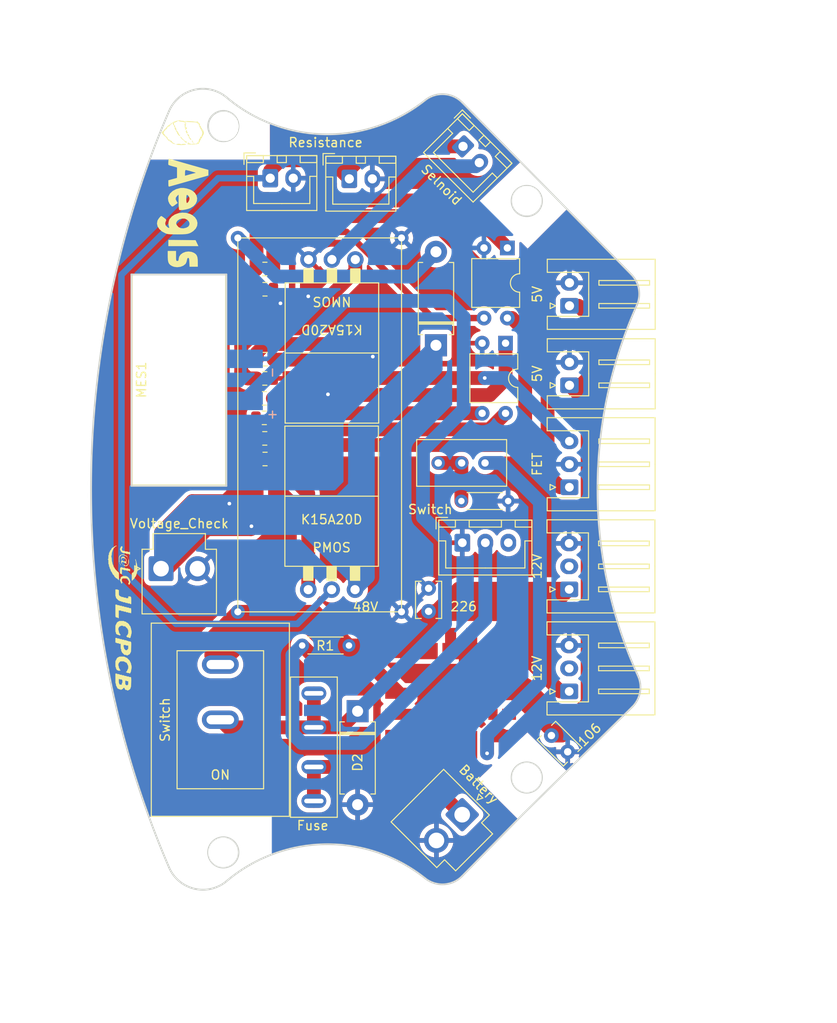
<source format=kicad_pcb>
(kicad_pcb (version 20221018) (generator pcbnew)
  (layers (0 "F.Cu" signal) (31 "B.Cu" signal) (34 "B.Paste" user) (35 "F.Paste" user) (36 "B.SilkS" user "B.Silkscreen") (37 "F.SilkS" user "F.Silkscreen") (38 "B.Mask" user) (39 "F.Mask" user) (44 "Edge.Cuts" user))
  (net 0 "")
  (net 1 "+12V")
  (net 2 "GND")
  (net 3 "+5V")
  (net 4 "Solenoid+")
  (net 5 "+48V")
  (net 6 "Net-(D1-A)")
  (net 9 "FET1")
  (net 10 "FET２")
  (net 11 "Solenoid-")
  (net 12 "Net-(Q1-G)")
  (net 13 "Net-(Q2-G)")
  (net 14 "Net-(U1-ON{slash}OFF_CTRL)")
  (net 15 "Net-(R2-Pad1)")
  (net 16 "Net-(R3-Pad2)")
  (net 17 "Net-(R4-Pad2)")
  (net 18 "Net-(R5-Pad1)")
  (net 19 "Net-(R7-Pad2)")
  (net 20 "+15V")
  (net 21 "Net-(U1-TRIM)")
  (net 23 "Net-(BT1-+)")
  (net 24 "Net-(D2-K)")
  (footprint "OKL-T_6-W12N-C:DCDC-murata-6A" (layer "F.Cu") (at 213.46 115.04)
    (fp_text reference "U1" hide)
    (fp_text value "OKL-T_6-W12N-C" hide)
  )
  (footprint "Connector_JST:JST_XH_S3B-XH-A_1x03_P2.50mm_Horizontal" (layer "F.Cu") (at 232.44 97.65 90)
    (fp_text reference "12V")
    (fp_text value "Conn_01x03_Socket" hide)
  )
  (footprint "Voltage_Counter:voltage_counter" (layer "F.Cu") (at 184.969 74.88 90)
    (fp_text reference "MES1")
    (fp_text value "Voltmeter_DC" hide)
  )
  (footprint "Resistor_SMD:R_0805_2012Metric" (layer "F.Cu") (at 199.3785 81.24)
    (fp_text reference "R9" hide)
    (fp_text value "2K" hide)
  )
  (footprint "Connector_JST:JST_XH_S3B-XH-A_1x03_P2.50mm_Horizontal" (layer "F.Cu") (at 232.46 86.55 90)
    (fp_text reference "FET")
    (fp_text value "Conn_01x03_Socket" hide)
  )
  (footprint "MountingHole:MountingHole_3.2mm_M3" (layer "F.Cu") (at 194.86 126.24)
    (fp_text reference "REF**" hide)
    (fp_text value "MountingHole_3.2mm_M3" hide)
  )
  (footprint "Resistor_THT:R_Axial_DIN0204_L3.6mm_D1.6mm_P5.08mm_Horizontal" (layer "F.Cu") (at 208.52 103.75 180)
    (fp_text reference "R1")
    (fp_text value "R" hide)
  )
  (footprint "Resistor_SMD:R_0805_2012Metric" (layer "F.Cu") (at 199.326 79.01 180)
    (fp_text reference "R10" hide)
    (fp_text value "1K")
  )
  (footprint "Resistor_SMD:R_0805_2012Metric" (layer "F.Cu") (at 199.406 83.48)
    (fp_text reference "R6" hide)
    (fp_text value "1K")
  )
  (footprint "Connector_JST:JST_XH_B2B-XH-A_1x02_P2.50mm_Vertical" (layer "F.Cu") (at 199.97 52.96)
    (fp_text reference "C3" hide)
    (fp_text value "C" hide)
  )
  (footprint "MountingHole:MountingHole_3.2mm_M3" (layer "F.Cu") (at 227.83 118.1)
    (fp_text reference "REF**" hide)
    (fp_text value "MountingHole_3.2mm_M3" hide)
  )
  (footprint "Capacitor_THT:C_Disc_D3.8mm_W2.6mm_P2.50mm" (layer "F.Cu") (at 217.17 100.036 90)
    (fp_text reference "C1" hide)
    (fp_text value "C" hide)
  )
  (footprint "Resistor_SMD:R_0805_2012Metric" (layer "F.Cu") (at 199.391 62.83 180)
    (fp_text reference "R3" hide)
    (fp_text value "330")
  )
  (footprint "Potentiometer_THT:Potentiometer_Bourns_3296W_Vertical" (layer "F.Cu") (at 218.22 83.91 180)
    (fp_text reference "RV1" hide)
    (fp_text value "R_Potentiometer_Trim_US" hide)
  )
  (footprint "Connector_JST:JST_VH_B2P-VH_1x02_P3.96mm_Vertical" (layer "F.Cu") (at 188.11 95.4)
    (fp_text reference "Voltage_Check")
    (fp_text value "Conn_01x02_Socket" hide)
  )
  (footprint "Connector_JST:JST_XH_S3B-XH-A_1x03_P2.50mm_Horizontal" (layer "F.Cu") (at 232.44 108.74 90)
    (fp_text reference "12V")
    (fp_text value "Conn_01x03_Socket" hide)
  )
  (footprint "MountingHole:MountingHole_3.2mm_M3" (layer "F.Cu") (at 194.92 47.32)
    (fp_text reference "REF**" hide)
    (fp_text value "MountingHole_3.2mm_M3" hide)
  )
  (footprint "MountingHole:MountingHole_3.2mm_M3" (layer "F.Cu") (at 227.83 55.41)
    (fp_text reference "REF**" hide)
    (fp_text value "MountingHole_3.2mm_M3" hide)
  )
  (footprint "Connector_JST:JST_XH_B3B-XH-A_1x03_P2.50mm_Vertical" (layer "F.Cu") (at 220.83 92.58)
    (fp_text reference "Switch")
    (fp_text value "SW_DIP_x01")
  )
  (footprint "Connector_JST:JST_XH_S2B-XH-A_1x02_P2.50mm_Horizontal" (layer "F.Cu") (at 232.47 66.83 90)
    (fp_text reference "5V")
    (fp_text value "Conn_01x02_Socket" hide)
  )
  (footprint "Connector_JST:JST_XH_B2B-XH-A_1x02_P2.50mm_Vertical" (layer "F.Cu") (at 208.56 53.03)
    (fp_text reference "C4" hide)
    (fp_text value "C")
  )
  (footprint "Fuse_Socket:fuse_socket" (layer "F.Cu") (at 202.17 114.8 90)
    (fp_text reference "Fuse")
    (fp_text value "Fuse" hide)
  )
  (footprint "K15A20D:K15A20D" (layer "F.Cu") (at 206.67 84.151 180)
    (fp_text reference "Q2" hide)
    (fp_text value "NMOS")
  )
  (footprint "Resistor_SMD:R_0805_2012Metric" (layer "F.Cu") (at 199.431 72.63)
    (fp_text reference "R4" hide)
    (fp_text value "330")
  )
  (footprint "Resistor_SMD:R_0805_2012Metric" (layer "F.Cu") (at 199.341 76.89)
    (fp_text reference "R7" hide)
    (fp_text value "330")
  )
  (footprint "switch:DS-850k" (layer "F.Cu") (at 194.55 111.82 -90)
    (fp_text reference "Switch")
    (fp_text value "SW_DIP_x01")
  )
  (footprint "Resistor_THT:R_Axial_DIN0204_L3.6mm_D1.6mm_P5.08mm_Horizontal" (layer "F.Cu") (at 220.73 88.05)
    (fp_text reference "R2" hide)
    (fp_text value "R")
  )
  (footprint "Resistor_SMD:R_0805_2012Metric" (layer "F.Cu") (at 199.381 74.72)
    (fp_text reference "R8" hide)
    (fp_text value "10K")
  )
  (footprint "Diode_THT:D_DO-15_P10.16mm_Horizontal" (layer "F.Cu") (at 209.46 110.89 -90)
    (fp_text reference "D2")
    (fp_text value "D")
  )
  (footprint "Connector_JST:JST_XH_B2B-XH-A_1x02_P2.50mm_Vertical" (layer "F.Cu") (at 220.91 49.5 -45)
    (fp_text reference "Selnoid")
    (fp_text value "Conn_01x02_Socket" hide)
  )
  (footprint "Diode_THT:D_DO-15_P10.16mm_Horizontal" (layer "F.Cu") (at 217.97 71.12 90)
    (fp_text reference "D1" hide)
    (fp_text value "D")
  )
  (footprint "XL6009:XL6009" (layer "F.Cu") (at 205.34 105.17 180)
    (fp_text reference "U2" hide)
    (fp_text value "~")
  )
  (footprint "K15A20D:K15A20D" (layer "F.Cu") (at 206.64 75.329)
    (fp_text reference "Q1" hide)
    (fp_text value "PMOS")
  )
  (footprint "Connector_JST:JST_VH_B2P-VH_1x02_P3.96mm_Vertical" (layer "F.Cu") (at 220.82 122.14 -135)
    (fp_text reference "BT1" hide)
    (fp_text value "Battery")
  )
  (footprint "Connector_JST:JST_XH_S2B-XH-A_1x02_P2.50mm_Horizontal" (layer "F.Cu") (at 232.47 75.47 90)
    (fp_text reference "5V")
    (fp_text value "Conn_01x02_Socket" hide)
  )
  (footprint "Package_DIP:DIP-4_W7.62mm" (layer "F.Cu") (at 225.525 70.89 -90)
    (fp_text reference "U4" hide)
    (fp_text value "EL817" hide)
  )
  (footprint "Aegis:ver4" (layer "F.Cu") (at 190.64454 54.305392 -90)
    (fp_text reference "G***" hide)
    (fp_text value "LOGO" hide)
  )
  (footprint "Capacitor_THT:C_Disc_D3.8mm_W2.6mm_P2.50mm" (layer "F.Cu") (at 230.510117 113.538 -45)
    (fp_text reference "106")
    (fp_text value "C" hide)
  )
  (footprint "JLCPCB:JLCPCB" (layer "F.Cu") (at 183.918834 100.664166 -90)
    (fp_text reference "G***" hide)
    (fp_text value "LOGO" hide)
  )
  (footprint "Resistor_SMD:R_0805_2012Metric" (layer "F.Cu") (at 199.401 65.03)
    (fp_text reference "R5" hide)
    (fp_text value "2K" hide)
  )
  (footprint "Package_DIP:DIP-4_W7.62mm" (layer "F.Cu") (at 225.725 60.54 -90)
    (fp_text reference "U3" hide)
    (fp_text value "EL817" hide)
  )
  (gr_circle (center 194.874736 47.296907) (end 193.224736 47.296907) (stroke (width 0.2)) (fill none) (layer "Edge.Cuts"))
  (gr_circle (center 227.831495 55.436649) (end 226.181495 55.436649) (stroke (width 0.2)) (fill none) (layer "Edge.Cuts"))
  (gr_line (start 220.811687 44.723886) (end 239.187402 63.428492) (stroke (width 0.2)) (layer "Edge.Cuts"))
  (gr_arc (start 220.811687 128.812608) (mid 218.853095 129.704658) (end 216.801102 129.055629) (stroke (width 0.2)) (layer "Edge.Cuts"))
  (gr_circle (center 227.831495 118.099845) (end 226.181495 118.099845) (stroke (width 0.2)) (fill none) (layer "Edge.Cuts"))
  (gr_arc (start 239.908005 107.05139) (mid 235.513097 86.916917) (end 239.785746 66.756145) (stroke (width 0.2)) (layer "Edge.Cuts"))
  (gr_line (start 195.20906 86.4) (end 195.20906 63.42) (stroke (width 0.2)) (layer "Edge.Cuts"))
  (gr_line (start 184.890939 63.42) (end 184.890939 86.4) (stroke (width 0.2)) (layer "Edge.Cuts"))
  (gr_line (start 239.279517 110.433267) (end 227.469776 122.035352) (stroke (width 0.2)) (layer "Edge.Cuts"))
  (gr_arc (start 195.237256 129.354659) (mid 191.738839 130.190833) (end 188.983238 127.878942) (stroke (width 0.2)) (layer "Edge.Cuts"))
  (gr_circle (center 194.874736 126.239587) (end 193.224736 126.239587) (stroke (width 0.2)) (fill none) (layer "Edge.Cuts"))
  (gr_arc (start 216.801102 44.480865) (mid 205.965692 48.188385) (end 195.237256 44.181835) (stroke (width 0.2)) (layer "Edge.Cuts"))
  (gr_arc (start 188.983238 127.878942) (mid 180.512871 86.768247) (end 188.983238 45.657552) (stroke (width 0.2)) (layer "Edge.Cuts"))
  (gr_arc (start 195.237256 129.354659) (mid 205.965692 125.34811) (end 216.801102 129.055629) (stroke (width 0.2)) (layer "Edge.Cuts"))
  (gr_line (start 184.890939 86.4) (end 195.20906 86.4) (stroke (width 0.2)) (layer "Edge.Cuts"))
  (gr_arc (start 188.983238 45.657552) (mid 191.738834 43.345641) (end 195.237256 44.181835) (stroke (width 0.2)) (layer "Edge.Cuts"))
  (gr_arc (start 239.908005 107.05139) (mid 240.12661 108.84136) (end 239.279517 110.433267) (stroke (width 0.2)) (layer "Edge.Cuts"))
  (gr_line (start 195.20906 63.42) (end 184.890939 63.42) (stroke (width 0.2)) (layer "Edge.Cuts"))
  (gr_arc (start 216.801102 44.480865) (mid 218.853098 43.831786) (end 220.811687 44.723886) (stroke (width 0.2)) (layer "Edge.Cuts"))
  (gr_line (start 227.469776 122.035352) (end 220.811687 128.812608) (stroke (width 0.2)) (layer "Edge.Cuts"))
  (gr_arc (start 239.187402 63.428492) (mid 240 65) (end 239.785746 66.756145) (stroke (width 0.2)) (layer "Edge.Cuts"))
  (gr_text "Resistance\n" (at 205.98 49.08) (layer "F.SilkS") (effects (font (size 1 1))))
  (gr_text "226\n\n" (at 220.98 100.33) (layer "F.SilkS") (effects (font (size 1 1))))
  (gr_text "48V\n" (at 210.312 99.568) (layer "F.SilkS") (effects (font (size 1 1))))
  (segment (start 199.39 100.09) (end 200.406 100.09) (width 1.5) (layer "F.Cu") (net 1))
  (segment (start 196.45 103.92) (end 195.965 104.405) (width 1.5) (layer "F.Cu") (net 1))
  (segment (start 226.314 100.076) (end 226.06 100.33) (width 1.5) (layer "F.Cu") (net 1))
  (segment (start 200.406 100.09) (end 201.676 100.09) (width 1.5) (layer "F.Cu") (net 1))
  (segment (start 200.152 101.6) (end 201.422 101.6) (width 1.5) (layer "F.Cu") (net 1))
  (segment (start 216.125 101.081) (end 216.125 102.195) (width 1.5) (layer "F.Cu") (net 1))
  (segment (start 195.275 103.715) (end 195.275 101.265) (width 1.5) (layer "F.Cu") (net 1))
  (segment (start 196.45 100.09) (end 195.275 101.265) (width 1.5) (layer "F.Cu") (net 1))
  (segment (start 225.044 100.33) (end 226.06 100.33) (width 1.5) (layer "F.Cu") (net 1))
  (segment (start 229.616 101.854) (end 229.362 101.854) (width 1.5) (layer "F.Cu") (net 1))
  (segment (start 232.44 97.65) (end 232.37 97.58) (width 1.5) (layer "F.Cu") (net 1))
  (segment (start 201.676 100.09) (end 201.676 101.346) (width 1.5) (layer "F.Cu") (net 1))
  (segment (start 229.616 105.156) (end 229.616 104.889) (width 1.5) (layer "F.Cu") (net 1))
  (segment (start 229.362 101.854) (end 227.584 100.076) (width 1.5) (layer "F.Cu") (net 1))
  (segment (start 204.724 102.362) (end 206.502 102.362) (width 1.5) (layer "F.Cu") (net 1))
  (segment (start 230.1455 107.4205) (end 229.87 107.145) (width 1.5) (layer "F.Cu") (net 1))
  (segment (start 206.055 101.285) (end 206.817 102.047) (width 1.5) (layer "F.Cu") (net 1))
  (segment (start 227.61 99.086) (end 227.584 99.06) (width 1.5) (layer "F.Cu") (net 1))
  (segment (start 199.39 101.346) (end 199.136 101.6) (width 1.5) (layer "F.Cu") (net 1))
  (segment (start 202.692 101.6) (end 203.962 101.6) (width 1.5) (layer "F.Cu") (net 1))
  (segment (start 223.31 99.358) (end 222.632 100.036) (width 1.5) (layer "F.Cu") (net 1))
  (segment (start 229.616 97.58) (end 229.616 100.076) (width 1.5) (layer "F.Cu") (net 1))
  (segment (start 229.616 103.378) (end 229.616 103.352) (width 1.5) (layer "F.Cu") (net 1))
  (segment (start 204.86 100.09) (end 206.055 101.285) (width 1.5) (layer "F.Cu") (net 1))
  (segment (start 228.105 103.378) (end 228.105 101.841) (width 1.5) (layer "F.Cu") (net 1))
  (segment (start 220.428 97.58) (end 219.964 98.044) (width 1.5) (layer "F.Cu") (net 1))
  (segment (start 228.105 101.841) (end 228.105 101.105) (width 1.5) (layer "F.Cu") (net 1))
  (segment (start 205.74 103.378) (end 206.112 103.75) (width 1.5) (layer "F.Cu") (net 1))
  (segment (start 221.996 97.58) (end 221.234 97.58) (width 1.5) (layer "F.Cu") (net 1))
  (segment (start 217.17 100.036) (end 217.972 100.036) (width 1.5) (layer "F.Cu") (net 1))
  (segment (start 198.374 100.09) (end 198.374 101.186) (width 1.5) (layer "F.Cu") (net 1))
  (segment (start 196.45 102.1) (end 196.45 103.92) (width 1.5) (layer "F.Cu") (net 1))
  (segment (start 221.996 99.4) (end 221.996 97.58) (width 1.5) (layer "F.Cu") (net 1))
  (segment (start 227.584 99.06) (end 227.584 100.076) (width 1.5) (layer "F.Cu") (net 1))
  (segment (start 194.55 105.82) (end 194.55 102.13) (width 1.5) (layer "F.Cu") (net 1))
  (segment (start 204.277 101.285) (end 206.055 101.285) (width 1.5) (layer "F.Cu") (net 1))
  (segment (start 195.965 104.405) (end 194.55 105.82) (width 1.5) (layer "F.Cu") (net 1))
  (segment (start 229.573 106.891) (end 228.092 105.41) (width 1.5) (layer "F.Cu") (net 1))
  (segment (start 229.87 100.22) (end 232.44 97.65) (width 1.5) (layer "F.Cu") (net 1))
  (segment (start 229.616 103.352) (end 228.105 101.841) (width 1.5) (layer "F.Cu") (net 1))
  (segment (start 228.105 101.105) (end 227.33 100.33) (width 1.5) (layer "F.Cu") (net 1))
  (segment (start 228.6 97.58) (end 227.584 97.58) (width 1.5) (layer "F.Cu") (net 1))
  (segment (start 204.86 100.702) (end 203.962 101.6) (width 1.5) (layer "F.Cu") (net 1))
  (segment (start 217.972 100.036) (end 219.964 98.044) (width 1.5) (layer "F.Cu") (net 1))
  (segment (start 228.105 105.397) (end 228.105 103.378) (width 1.5) (layer "F.Cu") (net 1))
  (segment (start 225.088 97.58) (end 223.31 99.358) (width 1.5) (layer "F.Cu") (net 1))
  (segment (start 200.406 101.346) (end 200.152 101.6) (width 1.5) (layer "F.Cu") (net 1))
  (segment (start 219.456 100.036) (end 219.456 99.358) (width 1.5) (layer "F.Cu") (net 1))
  (segment (start 223.31 99.358) (end 223.31 97.878) (width 1.5) (layer "F.Cu") (net 1))
  (segment (start 201.676 100.09) (end 202.692 100.09) (width 1.5) (layer "F.Cu") (net 1))
  (segment (start 221.234 100.036) (end 221.234 97.58) (width 1.5) (layer "F.Cu") (net 1))
  (segment (start 216.125 101.081) (end 217.17 100.036) (width 1.5) (layer "F.Cu") (net 1))
  (segment (start 204.86 100.09) (end 204.86 100.702) (width 1.5) (layer "F.Cu") (net 1))
  (segment (start 229.616 100.076) (end 229.87 100.33) (width 1.5) (layer "F.Cu") (net 1))
  (segment (start 202.692 100.09) (end 203.454 100.09) (width 1.5) (layer "F.Cu") (net 1))
  (segment (start 228.6 100.33) (end 229.87 100.33) (width 1.5) (layer "F.Cu") (net 1))
  (segment (start 203.962 101.6) (end 204.277 101.285) (width 1.5) (layer "F.Cu") (net 1))
  (segment (start 196.45 100.09) (end 197.96 101.6) (width 1.5) (layer "F.Cu") (net 1))
  (segment (start 198.374 101.186) (end 197.96 101.6) (width 1.5) (layer "F.Cu") (net 1))
  (segment (start 219.456 100.036) (end 217.17 100.036) (width 1.5) (layer "F.Cu") (net 1))
  (segment (start 197.96 101.6) (end 199.136 101.6) (width 1.5) (layer "F.Cu") (net 1))
  (segment (start 198.77 101.6) (end 200.152 101.6) (width 1.5) (layer "F.Cu") (net 1))
  (segment (start 212.344 103.75) (end 215.515 103.75) (width 1.5) (layer "F.Cu") (net 1))
  (segment (start 196.45 100.09) (end 198.374 100.09) (width 1.5) (layer "F.Cu") (net 1))
  (segment (start 227.584 97.58) (end 226.314 97.58) (width 1.5) (layer "F.Cu") (net 1))
  (segment (start 225.044 97.624) (end 225.044 100.33) (width 1.5) (layer "F.Cu") (net 1))
  (segment (start 216.125 104.36) (end 216.125 101.081) (width 1.5) (layer "F.Cu") (net 1))
  (segment (start 206.112 103.75) (end 208.52 103.75) (width 1.5) (layer "F.Cu") (net 1))
  (segment (start 215.515 103.75) (end 216.125 104.36) (width 1.5) (layer "F.Cu") (net 1))
  (segment (start 219.456 99.358) (end 221.234 97.58) (width 1.5) (layer "F.Cu") (net 1))
  (segment (start 218.734 100.036) (end 219.456 100.036) (width 1.5) (layer "F.Cu") (net 1))
  (segment (start 228.092 105.41) (end 228.105 105.397) (width 1.5) (layer "F.Cu") (net 1))
  (segment (start 226.314 97.58) (end 225.088 97.58) (width 1.5) (layer "F.Cu") (net 1))
  (segment (start 229.87 100.33) (end 229.87 100.22) (width 1.5) (layer "F.Cu") (net 1))
  (segment (start 224.282 100.33) (end 225.044 100.33) (width 1.5) (layer "F.Cu") (net 1))
  (segment (start 225.044 100.33) (end 219.028 100.33) (width 1.5) (layer "F.Cu") (net 1))
  (segment (start 195.275 101.265) (end 194.48 102.06) (width 1.5) (layer "F.Cu") (net 1))
  (segment (start 196.95 101.6) (end 196.45 102.1) (width 1.5) (layer "F.Cu") (net 1))
  (segment (start 204.724 102.362) (end 205.74 103.378) (width 1.5) (layer "F.Cu") (net 1))
  (segment (start 222.632 100.036) (end 221.234 100.036) (width 1.5) (layer "F.Cu") (net 1))
  (segment (start 223.012 97.58) (end 221.996 97.58) (width 1.5) (layer "F.Cu") (net 1))
  (segment (start 203.962 101.6) (end 204.724 102.362) (width 1.5) (layer "F.Cu") (net 1))
  (segment (start 216.125 102.195) (end 213.96 104.36) (width 1.5) (layer "F.Cu") (net 1))
  (segment (start 230.632 97.58) (end 229.616 97.58) (width 1.5) (layer "F.Cu") (net 1))
  (segment (start 198.374 100.09) (end 199.39 100.09) (width 1.5) (layer "F.Cu") (net 1))
  (segment (start 229.616 101.854) (end 229.616 100.076) (width 1.5) (layer "F.Cu") (net 1))
  (segment (start 221.234 97.58) (end 220.428 97.58) (width 1.5) (layer "F.Cu") (net 1))
  (segment (start 226.06 100.33) (end 227.33 100.33) (width 1.5) (layer "F.Cu") (net 1))
  (segment (start 223.31 97.878) (end 223.012 97.58) (width 1.5) (layer "F.Cu") (net 1))
  (segment (start 219.028 100.33) (end 218.734 100.036) (width 1.5) (layer "F.Cu") (net 1))
  (segment (start 195.965 104.405) (end 195.275 103.715) (width 1.5) (layer "F.Cu") (net 1))
  (segment (start 206.502 102.362) (end 206.817 102.047) (width 1.5) (layer "F.Cu") (net 1))
  (segment (start 199.39 100.09) (end 199.39 101.346) (width 1.5) (layer "F.Cu") (net 1))
  (segment (start 227.584 100.076) (end 227.33 100.33) (width 1.5) (layer "F.Cu") (net 1))
  (segment (start 216.125 101.081) (end 213.456 103.75) (width 1.5) (layer "F.Cu") (net 1))
  (segment (start 229.616 105.156) (end 229.616 103.378) (width 1.5) (layer "F.Cu") (net 1))
  (segment (start 199.136 101.6) (end 200.152 101.6) (width 1.5) (layer "F.Cu") (net 1))
  (segment (start 198.77 101.6) (end 196.95 101.6) (width 1.5) (layer "F.Cu") (net 1))
  (segment (start 229.616 104.889) (end 228.105 103.378) (width 1.5) (layer "F.Cu") (net 1))
  (segment (start 203.454 101.092) (end 203.962 101.6) (width 1.5) (layer "F.Cu") (net 1))
  (segment (start 203.454 100.09) (end 203.454 101.092) (width 1.5) (layer "F.Cu") (net 1))
  (segment (start 232.44 108.74) (end 231.465 108.74) (width 1.5) (layer "F.Cu") (net 1))
  (segment (start 194.55 102.13) (end 194.48 102.06) (width 1.5) (layer "F.Cu") (net 1))
  (segment (start 222.632 100.036) (end 221.996 99.4) (width 1.5) (layer "F.Cu") (net 1))
  (segment (start 217.17 103.315) (end 216.125 104.36) (width 1.5) (layer "F.Cu") (net 1))
  (segment (start 203.454 100.09) (end 204.86 100.09) (width 1.5) (layer "F.Cu") (net 1))
  (segment (start 206.722 104.36) (end 216.125 104.36) (width 1.5) (layer "F.Cu") (net 1))
  (segment (start 227.584 97.58) (end 227.584 99.06) (width 1.5) (layer "F.Cu") (net 1))
  (segment (start 232.37 97.58) (end 230.632 97.58) (width 1.5) (layer "F.Cu") (net 1))
  (segment (start 193.58 104.85) (end 194.55 105.82) (width 1.5) (layer "F.Cu") (net 1))
  (segment (start 229.616 106.891) (end 229.616 105.156) (width 1.5) (layer "F.Cu") (net 1))
  (segment (start 217.17 100.036) (end 217.17 101.6) (width 1.5) (layer "F.Cu") (net 1))
  (segment (start 206.817 102.047) (end 208.52 103.75) (width 1.5) (layer "F.Cu") (net 1))
  (segment (start 229.616 103.378) (end 229.616 101.854) (width 1.5) (layer "F.Cu") (net 1))
  (segment (start 217.17 101.6) (end 218.734 100.036) (width 1.5) (layer "F.Cu") (net 1))
  (segment (start 230.1455 107.4205) (end 229.616 106.891) (width 1.5) (layer "F.Cu") (net 1))
  (segment (start 208.52 103.75) (end 212.344 103.75) (width 1.5) (layer "F.Cu") (net 1))
  (segment (start 228.6 97.58) (end 228.6 100.33) (width 1.5) (layer "F.Cu") (net 1))
  (segment (start 201.676 101.346) (end 201.422 101.6) (width 1.5) (layer "F.Cu") (net 1))
  (segment (start 200.406 100.09) (end 200.406 101.346) (width 1.5) (layer "F.Cu") (net 1))
  (segment (start 223.31 99.358) (end 224.282 100.33) (width 1.5) (layer "F.Cu") (net 1))
  (segment (start 221.234 100.036) (end 219.456 100.036) (width 1.5) (layer "F.Cu") (net 1))
  (segment (start 225.088 97.58) (end 223.012 97.58) (width 1.5) (layer "F.Cu") (net 1))
  (segment (start 217.17 101.6) (end 217.17 103.315) (width 1.5) (layer "F.Cu") (net 1))
  (segment (start 229.87 107.145) (end 229.87 100.33) (width 1.5) (layer "F.Cu") (net 1))
  (segment (start 213.456 103.75) (end 212.344 103.75) (width 1.5) (layer "F.Cu") (net 1))
  (segment (start 193.58 102.96) (end 193.58 104.85) (width 1.5) (layer "F.Cu") (net 1))
  (segment (start 196.45 100.09) (end 196.45 102.1) (width 1.5) (layer "F.Cu") (net 1))
  (segment (start 229.616 97.58) (end 228.6 97.58) (width 1.5) (layer "F.Cu") (net 1))
  (segment (start 225.088 97.58) (end 225.044 97.624) (width 1.5) (layer "F.Cu") (net 1))
  (segment (start 231.465 108.74) (end 230.1455 107.4205) (width 1.5) (layer "F.Cu") (net 1))
  (segment (start 201.422 101.6) (end 202.692 101.6) (width 1.5) (layer "F.Cu") (net 1))
  (segment (start 227.33 100.33) (end 228.6 100.33) (width 1.5) (layer "F.Cu") (net 1))
  (segment (start 226.314 97.58) (end 226.314 100.076) (width 1.5) (layer "F.Cu") (net 1))
  (segment (start 202.692 100.09) (end 202.692 101.6) (width 1.5) (layer "F.Cu") (net 1))
  (segment (start 230.632 97.58) (end 230.632 98.806) (width 1.5) (layer "F.Cu") (net 1))
  (segment (start 229.616 106.891) (end 229.573 106.891) (width 1.5) (layer "F.Cu") (net 1))
  (segment (start 205.74 103.378) (end 206.722 104.36) (width 1.5) (layer "F.Cu") (net 1))
  (segment (start 194.48 102.06) (end 193.58 102.96) (width 1.5) (layer "F.Cu") (net 1))
  (segment (start 195.965 104.405) (end 198.77 101.6) (width 1.5) (layer "F.Cu") (net 1))
  (via (at 211.11 72.35) (size 0.8) (drill 0.4) (layers "F.Cu" "B.Cu") (net 2))
  (via (at 204.1 65.8) (size 0.8) (drill 0.4) (layers "F.Cu" "B.Cu") (net 2))
  (via (at 201.08 66.56) (size 0.8) (drill 0.4) (layers "F.Cu" "B.Cu") (net 2))
  (via (at 206.24 76.45) (size 0.8) (drill 0.4) (layers "F.Cu" "B.Cu") (net 2))
  (segment (start 229.035 110.925) (end 228.346 110.236) (width 1.5) (layer "F.Cu") (net 3))
  (segment (start 230.510117 110.876117) (end 225.16 105.526) (width 1.5) (layer "F.Cu") (net 3))
  (segment (start 225.912117 108.94) (end 230.510117 113.538) (width 0.7) (layer "F.Cu") (net 3))
  (segment (start 229.616 111.506) (end 229.035 110.925) (width 1.5) (layer "F.Cu") (net 3))
  (segment (start 233.864744 111.314744) (end 232.884744 112.294744) (width 1.5) (layer "F.Cu") (net 3))
  (segment (start 230.510117 111.506) (end 230.510117 112.29) (width 1.5) (layer "F.Cu") (net 3))
  (segment (start 226.626 107.892) (end 225.922 107.188) (width 1.5) (layer "F.Cu") (net 3))
  (segment (start 225.16 105.41) (end 225.16 106.426) (width 1.5) (layer "F.Cu") (net 3))
  (segment (start 231.81 112.29) (end 230.510117 112.29) (width 1.5) (layer "F.Cu") (net 3))
  (segment (start 233.68 75.47) (end 232.47 75.47) (width 1.5) (layer "F.Cu") (net 3))
  (segment (start 225.16 104.36) (end 225.16 105.41) (width 1.5) (layer "F.Cu") (net 3))
  (segment (start 230.510117 110.876117) (end 227.838 108.204) (width 1.5) (layer "F.Cu") (net 3))
  (segment (start 234.442 109.99) (end 234.442 110.737487) (width 1.5) (layer "F.Cu") (net 3))
  (segment (start 230.510117 111.506) (end 230.510117 110.876117) (width 1.5) (layer "F.Cu") (net 3))
  (segment (start 228.346 110.236) (end 228.118 110.236) (width 1.5) (layer "F.Cu") (net 3))
  (segment (start 232.21 110.925) (end 229.035 110.925) (width 1.5) (layer "F.Cu") (net 3))
  (segment (start 232.47 66.83) (end 233.454 66.83) (width 1.5) (layer "F.Cu") (net 3))
  (segment (start 227.7 108.966) (end 227.388 108.654) (width 1.5) (layer "F.Cu") (net 3))
  (segment (start 232.349744 112.829744) (end 231.81 112.29) (width 1.5) (layer "F.Cu") (net 3))
  (segment (start 225.16 105.526) (end 225.16 104.36) (width 1.5) (layer "F.Cu") (net 3))
  (segment (start 227.838 108.204) (end 227.838 108.088) (width 1.5) (layer "F.Cu") (net 3))
  (segment (start 232.47 75.47) (end 234.442 77.442) (width 1.5) (layer "F.Cu") (net 3))
  (segment (start 233.507 110.925) (end 234.442 109.99) (width 1.5) (layer "F.Cu") (net 3))
  (segment (start 234.442 110.737487) (end 233.864744 111.314744) (width 1.5) (layer "F.Cu") (net 3))
  (segment (start 225.922 107.188) (end 225.16 106.426) (width 1.5) (layer "F.Cu") (net 3))
  (segment (start 233.864744 111.314744) (end 233.475 110.925) (width 1.5) (layer "F.Cu") (net 3))
  (segment (start 230.510117 112.29) (end 230.4 112.29) (width 1.5) (layer "F.Cu") (net 3))
  (segment (start 233.475 110.925) (end 233.507 110.925) (width 1.5) (layer "F.Cu") (net 3))
  (segment (start 234.442 77.442) (end 234.442 109.99) (width 1.5) (layer "F.Cu") (net 3))
  (segment (start 231.641487 113.538) (end 230.510117 113.538) (width 1.5) (layer "F.Cu") (net 3))
  (segment (start 232.884744 112.294744) (end 232.884744 111.599744) (width 1.5) (layer "F.Cu") (net 3))
  (segment (start 225.16 106.426) (end 225.16 108.94) (width 1.5) (layer "F.Cu") (net 3))
  (segment (start 232.884744 111.599744) (end 232.21 110.925) (width 1.5) (layer "F.Cu") (net 3))
  (segment (start 233.475 110.925) (end 232.21 110.925) (width 1.5) (layer "F.Cu") (net 3))
  (segment (start 230.510117 112.29) (end 230.510117 113.538) (width 1.5) (layer "F.Cu") (net 3))
  (segment (start 232.884744 112.294744) (end 232.349744 112.829744) (width 1.5) (layer "F.Cu") (net 3))
  (segment (start 228.346 110.236) (end 227.797942 110.236) (width 1.5) (layer "F.Cu") (net 3))
  (segment (start 225.18 108.92) (end 225.16 108.94) (width 0.7) (layer "F.Cu") (net 3))
  (segment (start 228.118 110.236) (end 226.822 108.94) (width 1.5) (layer "F.Cu") (net 3))
  (segment (start 233.454 66.83) (end 235.174 68.55) (width 1.5) (layer "F.Cu") (net 3))
  (segment (start 227.388 108.654) (end 226.626 107.892) (width 1.5) (layer "F.Cu") (net 3))
  (segment (start 227.674 108.94) (end 226.822 108.94) (width 1.5) (layer "F.Cu") (net 3))
  (segment (start 227.838 108.204) (end 227.388 108.654) (width 1.5) (layer "F.Cu") (net 3))
  (segment (start 232.349744 112.829744) (end 231.641487 113.538) (width 1.5) (layer "F.Cu") (net 3))
  (segment (start 227.7 108.966) (end 227.674 108.94) (width 1.5) (layer "F.Cu") (net 3))
  (segment (start 226.822 108.94) (end 225.16 108.94) (width 1.5) (layer "F.Cu") (net 3))
  (segment (start 230.4 112.29) (end 229.616 111.506) (width 1.5) (layer "F.Cu") (net 3))
  (segment (start 225.912117 108.94) (end 228.031059 111.058941) (width 0.7) (layer "F.Cu") (net 3))
  (segment (start 230.510117 111.506) (end 229.616 111.506) (width 1.5) (layer "F.Cu") (net 3))
  (segment (start 228.031059 111.058941) (end 230.510117 113.538) (width 0.7) (layer "F.Cu") (net 3))
  (segment (start 226.06 106.426) (end 225.16 106.426) (width 1.5) (layer "F.Cu") (net 3))
  (segment (start 225.16 108.94) (end 225.912117 108.94) (width 0.7) (layer "F.Cu") (net 3))
  (segment (start 235.174 68.55) (end 235.174 73.976) (width 1.5) (layer "F.Cu") (net 3))
  (segment (start 235.174 73.976) (end 233.68 75.47) (width 1.5) (layer "F.Cu") (net 3))
  (segment (start 208.56 53.03) (end 206.54 51.01) (width 1.5) (layer "F.Cu") (net 4))
  (segment (start 201.1 51.01) (end 199.97 52.14) (width 1.5) (layer "F.Cu") (net 4))
  (segment (start 211.09 49.5) (end 220.91 49.5) (width 1.5) (layer "F.Cu") (net 4))
  (segment (start 208.56 52.03) (end 211.09 49.5) (width 1.5) (layer "F.Cu") (net 4))
  (segment (start 206.54 51.01) (end 201.1 51.01) (width 1.5) (layer "F.Cu") (net 4))
  (segment (start 208.56 53.03) (end 208.56 52.03) (width 1.5) (layer "F.Cu") (net 4))
  (segment (start 199.97 52.14) (end 199.97 52.96) (width 1.5) (layer "F.Cu") (net 4))
  (segment (start 183.81 95.48) (end 183.81 63.46) (width 0.7) (layer "B.Cu") (net 4))
  (segment (start 194.31 52.96) (end 199.97 52.96) (width 0.7) (layer "B.Cu") (net 4))
  (segment (start 183.81 63.46) (end 194.31 52.96) (width 0.7) (layer "B.Cu") (net 4))
  (segment (start 189.732 101.402) (end 183.81 95.48) (width 0.7) (layer "B.Cu") (net 4))
  (segment (start 202.919 101.402) (end 189.732 101.402) (width 0.7) (layer "B.Cu") (net 4))
  (segment (start 206.64 97.681) (end 202.919 101.402) (width 0.7) (layer "B.Cu") (net 4))
  (segment (start 196.15 87.03972) (end 188.11 95.07972) (width 1.5) (layer "F.Cu") (net 5))
  (segment (start 198.4935 85.723808) (end 196.153654 88.063654) (width 1.5) (layer "F.Cu") (net 5))
  (segment (start 198.466 81.24) (end 197.21 81.24) (width 1.5) (layer "F.Cu") (net 5))
  (segment (start 198.4935 85.723808) (end 198.49 85.727308) (width 1.5) (layer "F.Cu") (net 5))
  (segment (start 198.466 81.24) (end 198.466 83.4525) (width 1.5) (layer "F.Cu") (net 5))
  (segment (start 193.973654 90.243654) (end 194.44 90.71) (width 1.5) (layer "F.Cu") (net 5))
  (segment (start 196.15 82.3) (end 196.15 83.74) (width 1.5) (layer "F.Cu") (net 5))
  (segment (start 194.933654 89.283654) (end 193.973654 90.243654) (width 1.5) (layer "F.Cu") (net 5))
  (segment (start 194.44 90.71) (end 197.85 90.71) (width 1.5) (layer "F.Cu") (net 5))
  (segment (start 196.153654 88.063654) (end 194.933654 89.283654) (width 1.5) (layer "F.Cu") (net 5))
  (segment (start 198.466 81.24) (end 198.466 81.424) (width 1.5) (layer "F.Cu") (net 5))
  (segment (start 196.15 88.06) (end 196.153654 88.063654) (width 1.5) (layer "F.Cu") (net 5))
  (segment (start 188.11 93.46) (end 188.11 92.36) (width 1.5) (layer "F.Cu") (net 5))
  (segment (start 197.876346 91.103654) (end 198.27 90.71) (width 1.5) (layer "F.Cu") (net 5))
  (segment (start 188.11 95.4) (end 188.11 93.46) (width 1.5) (layer "F.Cu") (net 5))
  (segment (start 198.27 90.71) (end 198.27 86.76) (width 1.5) (layer "F.Cu") (net 5))
  (segment (start 193.95 89.283654) (end 192.286346 89.283654) (width 1.5) (layer "F.Cu") (net 5))
  (segment (start 194.296346 89.63) (end 193.95 89.283654) (width 1.5) (layer "F.Cu") (net 5))
  (segment (start 197.85 90.71) (end 197.93 90.79) (width 1.5) (layer "F.Cu") (net 5))
  (segment (start 194.933654 89.283654) (end 193.95 89.283654) (width 1.5) (layer "F.Cu") (net 5))
  (segment (start 198.49 85.727308) (end 198.49 86.54) (width 1.5) (layer "F.Cu") (net 5))
  (segment (start 197.99 83.48) (end 196.15 85.32) (width 1.5) (layer "F.Cu") (net 5))
  (segment (start 193.113654 91.103654) (end 197.876346 91.103654) (width 1.5) (layer "F.Cu") (net 5))
  (segment (start 198.01 90.71) (end 198.27 90.71) (width 1.5) (layer "F.Cu") (net 5))
  (segment (start 193.113654 91.103654) (end 188.817308 95.4) (width 1.5) (layer "F.Cu") (net 5))
  (segment (start 196.15 86.35) (end 196.15 87.03972) (width 1.5) (layer "F.Cu") (net 5))
  (segment (start 191.186346 89.283654) (end 188.11 92.36) (width 1.5) (layer "F.Cu") (net 5))
  (segment (start 197.25 89.63) (end 194.296346 89.63) (width 1.5) (layer "F.Cu") (net 5))
  (segment (start 198.4935 83.48) (end 198.4935 85.723808) (width 1.5) (layer "F.Cu") (net 5))
  (segment (start 198.49 90.49) (end 198.27 90.71) (width 1.5) (layer "F.Cu") (net 5))
  (segment (start 198.49 88.65) (end 198.49 90.49) (width 1.5) (layer "F.Cu") (net 5))
  (segment (start 191.51 88.06) (end 196.15 88.06) (width 1.5) (layer "F.Cu") (net 5))
  (segment (start 198.49 88.65) (end 198.49 89.63) (width 1.5) (layer "F.Cu") (net 5))
  (segment (start 196.86 90.02) (end 196.86 87.357308) (width 1.5) (layer "F.Cu") (net 5))
  (segment (start 198.27 86.76) (end 198.49 86.54) (width 1.5) (layer "F.Cu") (net 5))
  (segment (start 188.11 91.46) (end 191.51 88.06) (width 1.5) (layer "F.Cu") (net 5))
  (segment (start 188.11 95.07972) (end 188.11 95.4) (width 1.5) (layer "F.Cu") (net 5))
  (segment (start 196.15 85.32) (end 196.15 86.35) (width 1.5) (layer "F.Cu") (net 5))
  (segment (start 192.286346 89.283654) (end 188.11 93.46) (width 1.5) (layer "F.Cu") (net 5))
  (segment (start 197.21 81.24) (end 196.15 82.3) (width 1.5) (layer "F.Cu") (net 5))
  (segment (start 188.11 92.36) (end 188.11 91.46) (width 1.5) (layer "F.Cu") (net 5))
  (segment (start 194.197308 90.02) (end 196.86 90.02) (width 1.5) (layer "F.Cu") (net 5))
  (segment (start 196.86 87.357308) (end 198.4935 85.723808) (width 1.5) (layer "F.Cu") (net 5))
  (segment (start 193.95 89.283654) (end 191.186346 89.283654) (width 1.5) (layer "F.Cu") (net 5))
  (segment (start 188.817308 95.4) (end 188.11 95.4) (width 1.5) (layer "F.Cu") (net 5))
  (segment (start 198.466 81.424) (end 196.15 83.74) (width 1.5) (layer "F.Cu") (net 5))
  (segment (start 193.973654 90.243654) (end 193.113654 91.103654) (width 1.5) (layer "F.Cu") (net 5))
  (segment (start 198.466 83.4525) (end 198.4935 83.48) (width 1.5) (layer "F.Cu") (net 5))
  (segment (start 198.49 89.63) (end 197.25 89.63) (width 1.5) (layer "F.Cu") (net 5))
  (segment (start 196.15 86.35) (end 196.15 88.06) (width 1.5) (layer "F.Cu") (net 5))
  (segment (start 196.15 83.74) (end 196.15 85.32) (width 1.5) (layer "F.Cu") (net 5))
  (segment (start 197.25 89.63) (end 196.86 90.02) (width 1.5) (layer "F.Cu") (net 5))
  (segment (start 198.4935 84.0065) (end 196.15 86.35) (width 1.5) (layer "F.Cu") (net 5))
  (segment (start 193.973654 90.243654) (end 194.197308 90.02) (width 1.5) (layer "F.Cu") (net 5))
  (segment (start 197.93 90.79) (end 198.01 90.71) (width 1.5) (layer "F.Cu") (net 5))
  (segment (start 198.49 86.54) (end 198.49 88.65) (width 1.5) (layer "F.Cu") (net 5))
  (segment (start 198.4935 83.48) (end 197.99 83.48) (width 1.5) (layer "F.Cu") (net 5))
  (segment (start 198.4935 83.48) (end 198.4935 84.0065) (width 1.5) (layer "F.Cu") (net 5))
  (via (at 195.53 88.33) (size 0.8) (drill 0.4) (layers "F.Cu" "B.Cu") (net 5))
  (via (at 197.93 90.79) (size 0.8) (drill 0.4) (layers "F.Cu" "B.Cu") (net 5))
  (segment (start 216.154 75.438) (end 213.652 75.438) (width 1.5) (layer "B.Cu") (net 5))
  (segment (start 209.18 89.408) (end 208.28 89.408) (width 1.5) (layer "B.Cu") (net 5))
  (segment (start 217.424 74.168) (end 214.922 74.168) (width 1.5) (layer "B.Cu") (net 5))
  (segment (start 188.4225 93.28) (end 188.4225 91.2315) (width 1.5) (layer "B.Cu") (net 5))
  (segment (start 192.04 90.98) (end 190.7225 90.98) (width 1.5) (layer "B.Cu") (net 5))
  (segment (start 209.18 92.202) (end 206.502 92.202) (width 1.5) (layer "B.Cu") (net 5))
  (segment (start 209.18 92.202) (end 209.18 93.472) (width 1.5) (layer "B.Cu") (net 5))
  (segment (start 209.18 88.138) (end 209.18 89.408) (width 1.5) (layer "B.Cu") (net 5))
  (segment (start 197.326 89.916) (end 197.44 90.03) (width 1.5) (layer "B.Cu") (net 5))
  (segment (start 209.18 88.138) (end 207.518 88.138) (width 1.5) (layer "B.Cu") (net 5))
  (segment (start 209.18 94.234) (end 209.18 97.681) (width 1.5) (layer "B.Cu") (net 5))
  (segment (start 189.738 89.916) (end 197.326 89.916) (width 1.5) (layer "B.Cu") (net 5))
  (segment (start 214.649 74.441) (end 213.252 75.838) (width 1.5) (layer "B.Cu") (net 5))
  (segment (start 206.502 92.202) (end 205.486 92.202) (width 1.5) (layer "B.Cu") (net 5))
  (segment (start 207.264 89.408) (end 206.248 89.408) (width 1.5) (layer "B.Cu") (net 5))
  (segment (start 207.518 94.234) (end 205.232 91.948) (width 1.5) (layer "B.Cu") (net 5))
  (segment (start 217.97 71.12) (end 215.157 73.933) (width 1.5) (layer "B.Cu") (net 5))
  (segment (start 205.74 89.408) (end 206.248 89.408) (width 1.5) (layer "B.Cu") (net 5))
  (segment (start 208.28 90.932) (end 207.264 90.932) (width 1.5) (layer "B.Cu") (net 5))
  (segment (start 195.722 88.138) (end 195.53 88.33) (width 1.5) (layer "B.Cu") (net 5))
  (segment (start 191.516 88.138) (end 190.246 89.408) (width 1.5) (layer "B.Cu") (net 5))
  (segment (start 203.703792 90.932) (end 202.687792 89.916) (width 1.5) (layer "B.Cu") (net 5))
  (segment (start 217.932 72.898) (end 217.932 73.66) (width 1.5) (layer "B.Cu") (net 5))
  (segment (start 209.18 90.932) (end 208.28 90.932) (width 1.5) (layer "B.Cu") (net 5))
  (segment (start 213.741 77.851) (end 211.239 77.851) (width 1.5) (layer "B.Cu") (net 5))
  (segment (start 210.566 81.026) (end 210.566 96.295) (width 1.5) (layer "B.Cu") (net 5))
  (segment (start 197.554 89.916) (end 202.687792 89.916) (width 1.5) (layer "B.Cu") (net 5))
  (segment (start 217.932 73.66) (end 217.424 74.168) (width 1.5) (layer "B.Cu") (net 5))
  (segment (start 212.598 78.994) (end 212.49 78.886) (width 1.5) (layer "B.Cu") (net 5))
  (segment (start 207.772 93.472) (end 207.391 93.091) (width 1.5) (layer "B.Cu") (net 5))
  (segment (start 212.363 76.727) (end 210.966 78.124) (width 1.5) (layer "B.Cu") (net 5))
  (segment (start 212.598 78.994) (end 211.582 80.01) (width 1.5) (layer "B.Cu") (net 5))
  (segment (start 211.582 80.01) (end 211.482 79.91) (width 1.5) (layer "B.Cu") (net 5))
  (segment (start 202.687792 89.916) (end 203.751792 90.98) (width 1.5) (layer "B.Cu") (net 5))
  (segment (start 217.932 71.158) (end 217.932 72.898) (width 1.5) (layer "B.Cu") (net 5))
  (segment (start 190.246 89.408) (end 189.738 89.916) (width 1.5) (layer "B.Cu") (net 5))
  (segment (start 217.424 74.168) (end 216.154 75.438) (width 1.5) (layer "B.Cu") (net 5))
  (segment (start 213.652 75.438) (end 213.252 75.838) (width 1.5) (layer "B.Cu") (net 5))
  (segment (start 188.11 91.544) (end 188.11 95.4) (width 1.5) (layer "B.Cu") (net 5))
  (segment (start 215.265 76.327) (end 213.741 77.851) (width 1.5) (layer "B.Cu") (net 5))
  (segment (start 208.28 89.408) (end 207.264 89.408) (width 1.5) (layer "B.Cu") (net 5))
  (segment (start 209.18 86.476) (end 207.518 88.138) (width 1.5) (layer "B.Cu") (net 5))
  (segment (start 203.751792 90.98) (end 192.04 90.98) (width 1.5) (layer "B.Cu") (net 5))
  (segment (start 215.157 73.933) (end 214.649 74.441) (width 1.5) (layer "B.Cu") (net 5))
  (segment (start 188.4225 91.2315) (end 189.738 89.916) (width 1.5) (layer "B.Cu") (net 5))
  (segment (start 192.04 90.98) (end 192.04 91.47) (width 1.5) (layer "B.Cu") (net 5))
  (segment (start 190.7225 90.98) (end 188.4225 93.28) (width 1.5) (layer "B.Cu") (net 5))
  (segment (start 209.18 85.598) (end 209.18 86.476) (width 1.5) (layer "B.Cu") (net 5))
  (segment (start 197.44 90.03) (end 197.554 89.916) (width 1.5) (layer "B.Cu") (net 5))
  (segment (start 211.582 80.01) (end 210.566 81.026) (width 1.5) (layer "B.Cu") (net 5))
  (segment (start 210.204 78.886) (end 209.18 79.91) (width 1.5) (layer "B.Cu") (net 5))
  (segment (start 207.264 90.932) (end 207.264 89.408) (width 1.5) (layer "B.Cu") (net 5))
  (segment (start 209.18 79.91) (end 209.18 85.598) (width 1.5) (layer "B.Cu") (net 5))
  (segment (start 216.192 72.898) (end 215.157 73.933) (width 1.5) (layer "B.Cu") (net 5))
  (segment (start 209.18 94.234) (end 208.534 94.234) (width 1.5) (layer "B.Cu") (net 5))
  (segment (start 209.18 89.408) (end 209.18 90.932) (width 1.5) (layer "B.Cu") (net 5))
  (segment (start 210.566 96.295) (end 209.18 97.681) (width 1.5) (layer "B.Cu") (net 5))
  (segment (start 209.18 96.408208) (end 203.751792 90.98) (width 1.5) (layer "B.Cu") (net 5))
  (segment (start 206.248 90.932) (end 204.216 90.932) (width 1.5) (layer "B.Cu") (net 5))
  (segment (start 207.518 88.138) (end 195.722 88.138) (width 1.5) (layer "B.Cu") (net 5))
  (segment (start 203.703792 90.932) (end 203.703792 90.428208) (width 1.5) (layer "B.Cu") (net 5))
  (segment (start 209.18 93.472) (end 209.18 94.234) (width 1.5) (layer "B.Cu") (net 5))
  (segment (start 214.922 74.168) (end 214.649 74.441) (width 1.5) (layer "B.Cu") (net 5))
  (segment (start 214.865 76.727) (end 212.363 76.727) (width 1.5) (layer "B.Cu") (net 5))
  (segment (start 209.18 90.932) (end 209.18 92.202) (width 1.5) (layer "B.Cu") (net 5))
  (segment (start 188.4225 91.2315) (end 188.11 91.544) (width 1.5) (layer "B.Cu") (net 5))
  (segment (start 204.724 89.408) (end 190.246 89.408) (width 1.5) (layer "B.Cu") (net 5))
  (segment (start 216.154 75.438) (end 215.265 76.327) (width 1.5) (layer "B.Cu") (net 5))
  (segment (start 209.18 85.598) (end 209.18 88.138) (width 1.5) (layer "B.Cu") (net 5))
  (segment (start 213.252 75.838) (end 212.363 76.727) (width 1.5) (layer "B.Cu") (net 5))
  (segment (start 213.741 77.851) (end 212.598 78.994) (width 1.5) (layer "B.Cu") (net 5))
  (segment (start 217.97 71.12) (end 217.932 71.158) (width 1.5) (layer "B.Cu") (net 5))
  (segment (start 205.232 91.948) (end 204.216 90.932) (width 1.5) (layer "B.Cu") (net 5))
  (segment (start 195.53 88.33) (end 195.338 88.138) (width 1.5) (layer "B.Cu") (net 5))
  (segment (start 204.216 90.932) (end 203.703792 90.932) (width 1.5) (layer "B.Cu") (net 5))
  (segment (start 211.239 77.851) (end 210.966 78.124) (width 1.5) (layer "B.Cu") (net 5))
  (segment (start 209.18 97.681) (end 209.18 96.408208) (width 1.5) (layer "B.Cu") (net 5))
  (segment (start 207.391 93.091) (end 206.502 92.202) (width 1.5) (layer "B.Cu") (net 5))
  (segment (start 203.703792 90.428208) (end 204.724 89.408) (width 1.5) (layer "B.Cu") (net 5))
  (segment (start 212.49 78.886) (end 210.204 78.886) (width 1.5) (layer "B.Cu") (net 5))
  (segment (start 206.248 89.408) (end 204.724 89.408) (width 1.5) (layer "B.Cu") (net 5))
  (segment (start 195.338 88.138) (end 191.516 88.138) (width 1.5) (layer "B.Cu") (net 5))
  (segment (start 208.534 94.234) (end 207.391 93.091) (width 1.5) (layer "B.Cu") (net 5))
  (segment (start 215.265 76.327) (end 214.865 76.727) (width 1.5) (layer "B.Cu") (net 5))
  (segment (start 205.486 92.202) (end 205.232 91.948) (width 1.5) (layer "B.Cu") (net 5))
  (segment (start 211.482 79.91) (end 209.18 79.91) (width 1.5) (layer "B.Cu") (net 5))
  (segment (start 209.18 94.234) (end 207.518 94.234) (width 1.5) (layer "B.Cu") (net 5))
  (segment (start 209.18 93.472) (end 207.772 93.472) (width 1.5) (layer "B.Cu") (net 5))
  (segment (start 207.264 90.932) (end 206.248 90.932) (width 1.5) (layer "B.Cu") (net 5))
  (segment (start 192.04 91.47) (end 188.11 95.4) (width 1.5) (layer "B.Cu") (net 5))
  (segment (start 208.28 90.932) (end 208.28 89.408) (width 1.5) (layer "B.Cu") (net 5))
  (segment (start 206.248 90.932) (end 206.248 89.408) (width 1.5) (layer "B.Cu") (net 5))
  (segment (start 204.216 90.932) (end 205.74 89.408) (width 1.5) (layer "B.Cu") (net 5))
  (segment (start 210.966 78.124) (end 210.204 78.886) (width 1.5) (layer "B.Cu") (net 5))
  (segment (start 217.932 72.898) (end 216.192 72.898) (width 1.5) (layer "B.Cu") (net 5))
  (segment (start 217.97 60.96) (end 215.281 63.649) (width 1.5) (layer "B.Cu") (net 6))
  (segment (start 200.649 63.649) (end 196.45 59.45) (width 1.5) (layer "B.Cu") (net 6))
  (segment (start 217.97 61.46) (end 217.32 61.46) (width 0.7) (layer "B.Cu") (net 6))
  (segment (start 215.281 63.649) (end 200.649 63.649) (width 1.5) (layer "B.Cu") (net 6))
  (segment (start 226.942595 65.267406) (end 228.175 66.499811) (width 1.5) (layer "F.Cu") (net 9))
  (segment (start 231.485 86.55) (end 232.46 86.55) (width 1.5) (layer "F.Cu") (net 9))
  (segment (start 228.175 66.499811) (end 226.942594 65.267406) (width 1.5) (layer "F.Cu") (net 9))
  (segment (start 221.17528 61.12472) (end 225.317966 65.267406) (width 1.5) (layer "F.Cu") (net 9))
  (segment (start 222.36056 62.31) (end 221.17528 61.12472) (width 1.5) (layer "F.Cu") (net 9))
  (segment (start 225.317966 65.267406) (end 226.942595 65.267406) (width 1.5) (layer "F.Cu") (net 9))
  (segment (start 228.175 66.499811) (end 230.09 68.414812) (width 1.5) (layer "F.Cu") (net 9))
  (segment (start 230.09 85.155) (end 231.485 86.55) (width 1.5) (layer "F.Cu") (net 9))
  (segment (start 201.62 57.08) (end 200.3035 58.3965) (width 1.5) (layer "F.Cu") (net 9))
  (segment (start 225.317966 65.267406) (end 226.942594 65.267406) (width 1.5) (layer "F.Cu") (net 9))
  (segment (start 230.09 68.414812) (end 230.09 85.155) (width 1.5) (layer "F.Cu") (net 9))
  (segment (start 217.13056 57.08) (end 201.62 57.08) (width 1.5) (layer "F.Cu") (net 9))
  (segment (start 200.3035 58.3965) (end 200.3035 62.83) (width 1.5) (layer "F.Cu") (net 9))
  (segment (start 221.17528 61.12472) (end 217.13056 57.08) (width 1.5) (layer "F.Cu") (net 9))
  (segment (start 210.058 74.676) (end 223.266 74.676) (width 1.5) (layer "F.Cu") (net 10))
  (segment (start 198.5185 72.63) (end 198.5185 71.93) (width 1.5) (layer "F.Cu") (net 10))
  (segment (start 206.362 70.98) (end 210.058 74.676) (width 1.5) (layer "F.Cu") (net 10))
  (segment (start 199.4685 70.98) (end 206.362 70.98) (width 1.5) (layer "F.Cu") (net 10))
  (segment (start 198.5185 71.93) (end 199.4685 70.98) (width 1.5) (layer "F.Cu") (net 10))
  (via (at 223.266 74.676) (size 0.8) (drill 0.4) (layers "F.Cu" "B.Cu") (net 10))
  (segment (start 225.586 74.676) (end 223.266 74.676) (width 1.5) (layer "B.Cu") (net 10))
  (segment (start 232.46 81.55) (end 225.586 74.676) (width 1.5) (layer "B.Cu") (net 10))
  (segment (start 206.67 61.799) (end 206.67 61.722704) (width 1.5) (layer "B.Cu") (net 11))
  (segment (start 222.286042 51.659492) (end 222.677767 51.267767) (width 1.5) (layer "B.Cu") (net 11))
  (segment (start 206.67 61.722704) (end 216.733212 51.659492) (width 1.5) (layer "B.Cu") (net 11))
  (segment (start 216.733212 51.659492) (end 222.286042 51.659492) (width 1.5) (layer "B.Cu") (net 11))
  (segment (start 227.66 69.6) (end 226.22 68.16) (width 1.5) (layer "F.Cu") (net 12))
  (segment (start 200.831 83.48) (end 202.351 81.96) (width 1.5) (layer "F.Cu") (net 12))
  (segment (start 200.3185 83.48) (end 200.831 83.48) (width 1.5) (layer "F.Cu") (net 12))
  (segment (start 202.351 81.96) (end 225.83 81.96) (width 1.5) (layer "F.Cu") (net 12))
  (segment (start 225.83 81.96) (end 227.66 80.13) (width 1.5) (layer "F.Cu") (net 12))
  (segment (start 226.22 68.16) (end 225.725 68.16) (width 1.5) (layer "F.Cu") (net 12))
  (segment (start 204.1 97.681) (end 204.1 87.2615) (width 1.5) (layer "F.Cu") (net 12))
  (segment (start 204.1 87.2615) (end 200.3185 83.48) (width 1.5) (layer "F.Cu") (net 12))
  (segment (start 227.66 80.13) (end 227.66 69.6) (width 1.5) (layer "F.Cu") (net 12))
  (segment (start 197.53 74.72) (end 198.4685 74.72) (width 1.5) (layer "F.Cu") (net 13))
  (segment (start 198.764336 69.28) (end 196.8185 71.225836) (width 1.5) (layer "F.Cu") (net 13))
  (segment (start 198.4285 74.76) (end 198.4685 74.72) (width 0.7) (layer "F.Cu") (net 13))
  (segment (start 203.001792 69.28) (end 198.764336 69.28) (width 1.5) (layer "F.Cu") (net 13))
  (segment (start 196.8185 74.0085) (end 197.53 74.72) (width 1.5) (layer "F.Cu") (net 13))
  (segment (start 209.21 61.799) (end 209.21 63.071792) (width 1.5) (layer "F.Cu") (net 13))
  (segment (start 196.8185 71.225836) (end 196.8185 74.0085) (width 1.5) (layer "F.Cu") (net 13))
  (segment (start 209.21 63.071792) (end 203.001792 69.28) (width 1.5) (layer "F.Cu") (net 13))
  (segment (start 198.4285 76.89) (end 198.4285 74.76) (width 0.7) (layer "F.Cu") (net 13))
  (segment (start 211.49 106.47) (end 206.16 106.47) (width 1.5) (layer "F.Cu") (net 14))
  (segment (start 206.16 106.47) (end 203.44 103.75) (width 1.5) (layer "F.Cu") (net 14))
  (segment (start 213.96 108.94) (end 211.49 106.47) (width 1.5) (layer "F.Cu") (net 14))
  (segment (start 211.18 113.04) (end 223.33 100.89) (width 1.5) (layer "B.Cu") (net 14))
  (segment (start 203.405837 114.35) (end 202.38 113.324163) (width 1.5) (layer "B.Cu") (net 14))
  (segment (start 223.33 100.89) (end 223.33 92.58) (width 1.5) (layer "B.Cu") (net 14))
  (segment (start 202.38 113.324163) (end 202.38 104.81) (width 1.5) (layer "B.Cu") (net 14))
  (segment (start 202.38 104.81) (end 203.44 103.75) (width 1.5) (layer "B.Cu") (net 14))
  (segment (start 209.87 114.35) (end 203.405837 114.35) (width 1.5) (layer "B.Cu") (net 14))
  (segment (start 211.18 113.04) (end 209.87 114.35) (width 1.5) (layer "B.Cu") (net 14))
  (segment (start 220.73 88.05) (end 220.73 83.94) (width 1.5) (layer "F.Cu") (net 15))
  (segment (start 220.73 83.94) (end 220.76 83.91) (width 1.5) (layer "F.Cu") (net 15))
  (segment (start 218.22 83.91) (end 220.76 83.91) (width 1.5) (layer "F.Cu") (net 15))
  (segment (start 220.565 55.38) (end 225.725 60.54) (width 1.5) (layer "F.Cu") (net 16))
  (segment (start 198.4785 57.817336) (end 200.915837 55.38) (width 1.5) (layer "F.Cu") (net 16))
  (segment (start 200.915837 55.38) (end 220.565 55.38) (width 1.5) (layer "F.Cu") (net 16))
  (segment (start 198.4785 62.83) (end 198.4785 57.817336) (width 1.5) (layer "F.Cu") (net 16))
  (segment (start 205.27 72.68) (end 200.3435 72.68) (width 1.5) (layer "F.Cu") (net 17))
  (segment (start 225.525 74.821163) (end 223.816163 76.53) (width 1.5) (layer "F.Cu") (net 17))
  (segment (start 223.816163 76.53) (end 212.01 76.53) (width 1.5) (layer "F.Cu") (net 17))
  (segment (start 209.11 76.52) (end 205.27 72.68) (width 1.5) (layer "F.Cu") (net 17))
  (segment (start 212 76.52) (end 209.11 76.52) (width 1.5) (layer "F.Cu") (net 17))
  (segment (start 225.525 70.89) (end 225.525 74.821163) (width 1.5) (layer "F.Cu") (net 17))
  (segment (start 202.35 67.16) (end 201.59 67.92) (width 0.7) (layer "F.Cu") (net 18))
  (segment (start 217.62161 68.16) (end 208.25161 58.79) (width 0.7) (layer "F.Cu") (net 18))
  (segment (start 199.84 67.92) (end 198.4885 66.5685) (width 0.7) (layer "F.Cu") (net 18))
  (segment (start 223.185 68.16) (end 217.62161 68.16) (width 0.7) (layer "F.Cu") (net 18))
  (segment (start 198.4885 66.5685) (end 198.4885 65.03) (width 0.7) (layer "F.Cu") (net 18))
  (segment (start 201.59 67.92) (end 199.84 67.92) (width 0.7) (layer "F.Cu") (net 18))
  (segment (start 203.5 58.79) (end 202.35 59.94) (width 0.7) (layer "F.Cu") (net 18))
  (segment (start 208.25161 58.79) (end 203.5 58.79) (width 0.7) (layer "F.Cu") (net 18))
  (segment (start 202.35 59.94) (end 202.35 67.16) (width 0.7) (layer "F.Cu") (net 18))
  (segment (start 222.985 78.51) (end 204.059189 78.51) (width 1.5) (layer "F.Cu") (net 19))
  (segment (start 202.439189 76.89) (end 200.2535 76.89) (width 1.5) (layer "F.Cu") (net 19))
  (segment (start 204.059189 78.51) (end 202.439189 76.89) (width 1.5) (layer "F.Cu") (net 19))
  (segment (start 200.291 81.24) (end 200.291 79.0625) (width 1.5) (layer "F.Cu") (net 20))
  (segment (start 223.775 80.26) (end 225.525 78.51) (width 1.5) (layer "F.Cu") (net 20))
  (segment (start 201.4885 80.26) (end 223.775 80.26) (width 1.5) (layer "F.Cu") (net 20))
  (segment (start 200.291 79.0625) (end 200.2385 79.01) (width 1.5) (layer "F.Cu") (net 20))
  (segment (start 200.5085 81.24) (end 201.4885 80.26) (width 1.5) (layer "F.Cu") (net 20))
  (segment (start 200.291 81.24) (end 200.5085 81.24) (width 1.5) (layer "F.Cu") (net 20))
  (segment (start 200.2385 79.01) (end 201.4885 80.26) (width 1.5) (layer "F.Cu") (net 20))
  (segment (start 223.92 113.52) (end 225.16 113.52) (width 1.5) (layer "F.Cu") (net 21))
  (segment (start 223.52 113.92) (end 223.92 113.52) (width 1.5) (layer "F.Cu") (net 21))
  (segment (start 223.52 115.47) (end 223.52 113.92) (width 1.5) (layer "F.Cu") (net 21))
  (via (at 223.52 115.47) (size 0.8) (drill 0.4) (layers "F.Cu" "B.Cu") (net 21))
  (segment (start 229.26 88.151767) (end 225.018234 83.91) (width 1.5) (layer "B.Cu") (net 21))
  (segment (start 229.26 107.74) (end 229.26 88.151767) (width 1.5) (layer "B.Cu") (net 21))
  (segment (start 223.52 113.48) (end 229.26 107.74) (width 1.5) (layer "B.Cu") (net 21))
  (segment (start 223.52 115.47) (end 223.52 113.48) (width 1.5) (layer "B.Cu") (net 21))
  (segment (start 225.018234 83.91) (end 223.3 83.91) (width 1.5) (layer "B.Cu") (net 21))
  (segment (start 215.63 116.95) (end 204.71 116.95) (width 1.5) (layer "F.Cu") (net 23))
  (segment (start 220.82 122.14) (end 215.63 116.95) (width 1.5) (layer "F.Cu") (net 23))
  (segment (start 204.71 116.95) (end 204.71 120.65) (width 1.5) (layer "F.Cu") (net 23))
  (segment (start 204.71 108.95) (end 204.71 112.65) (width 1.5) (layer "F.Cu") (net 24))
  (segment (start 204.71 112.65) (end 195.38 112.65) (width 1.5) (layer "F.Cu") (net 24))
  (segment (start 195.38 112.65) (end 194.55 111.82) (width 1.5) (layer "F.Cu") (net 24))
  (segment (start 207.7 112.65) (end 209.46 110.89) (width 1.5) (layer "F.Cu") (net 24))
  (segment (start 204.71 112.65) (end 207.7 112.65) (width 1.5) (layer "F.Cu") (net 24))
  (segment (start 220.98 78.108263) (end 216.56 82.528263) (width 1.5) (layer "B.Cu") (net 24))
  (segment (start 219.202 66.294) (end 220.98 68.072) (width 1.5) (layer "B.Cu") (net 24))
  (segment (start 210.17 110.18) (end 209.46 110.89) (width 1.5) (layer "B.Cu") (net 24))
  (segment (start 218.948 101.402) (end 218.948 92.202) (width 1.5) (layer "B.Cu") (net 24))
  (segment (start 204.0925 70.2345) (end 208.033 66.294) (width 1.5) (layer "B.Cu") (net 24))
  (segment (start 208.033 66.294) (end 219.202 66.294) (width 1.5) (layer "B.Cu") (net 24))
  (segment (start 216.56 89.814) (end 218.948 92.202) (width 1.5) (layer "B.Cu") (net 24))
  (segment (start 216.56 82.528263) (end 216.56 89.814) (width 1.5) (layer "B.Cu") (net 24))
  (segment (start 220.98 68.072) (end 220.98 78.108263) (width 1.5) (layer "B.Cu") (net 24))
  (segment (start 197.161 77.166) (end 204.0925 70.2345) (width 1.5) (layer "B.Cu") (net 24))
  (segment (start 209.46 110.89) (end 218.948 101.402) (width 1.5) (layer "B.Cu") (net 24))
  (zone (net 0) (net_name "") (layers "F&B.Cu") (connect_pads (clearance 0)) (min_thickness 0.25)
    (keepout (tracks not_allowed) (vias not_allowed) (pads not_allowed) (copperpour not_allowed) (footprints not_allowed))
    (fill (thermal_gap 0.5) (thermal_bridge_width 0.5))
    (polygon (pts (xy 222.53 118.3) (xy 227.75 123.51) (xy 233.02 118.22) (xy 227.9 113.19)))
  )
  (zone (net 2) (net_name "GND") (layers "F&B.Cu") (connect_pads (clearance 0.5)) (min_thickness 0.25) (fill yes (thermal_gap 0.5) (thermal_bridge_width 0.5))
    (polygon (pts (xy 177.29 33.88) (xy 260.38 33.59) (xy 261.54 144.12) (xy 170.62 144.8) (xy 177.3 33.87)))
  )
  (zone (net 0) (net_name "") (layers "F&B.Cu") (connect_pads (clearance 0)) (min_thickness 0.25)
    (keepout (tracks not_allowed) (vias not_allowed) (pads not_allowed) (copperpour not_allowed) (footprints not_allowed))
    (fill (thermal_gap 0.5) (thermal_bridge_width 0.5))
    (polygon (pts (xy 185.97 42.05) (xy 185.97 50.94) (xy 199.94 50.94) (xy 199.94 42.05)))
  )
  (zone (net 0) (net_name "") (layers "F&B.Cu") (connect_pads (clearance 0)) (min_thickness 0.25)
    (keepout (tracks not_allowed) (vias not_allowed) (pads not_allowed) (copperpour not_allowed) (footprints not_allowed))
    (fill (thermal_gap 0.5) (thermal_bridge_width 0.5))
    (polygon (pts (xy 222.71 55.41) (xy 227.93 60.62) (xy 233.2 55.33) (xy 228.08 50.3)))
  )
  (zone (net 0) (net_name "") (layers "F&B.Cu") (connect_pads (clearance 0)) (min_thickness 0.25)
    (keepout (tracks not_allowed) (vias not_allowed) (pads not_allowed) (copperpour not_allowed) (footprints not_allowed))
    (fill (thermal_gap 0.5) (thermal_bridge_width 0.5))
    (polygon (pts (xy 186.17 122.34) (xy 186.17 131.23) (xy 200.14 131.23) (xy 200.14 122.34)))
  )
)
</source>
